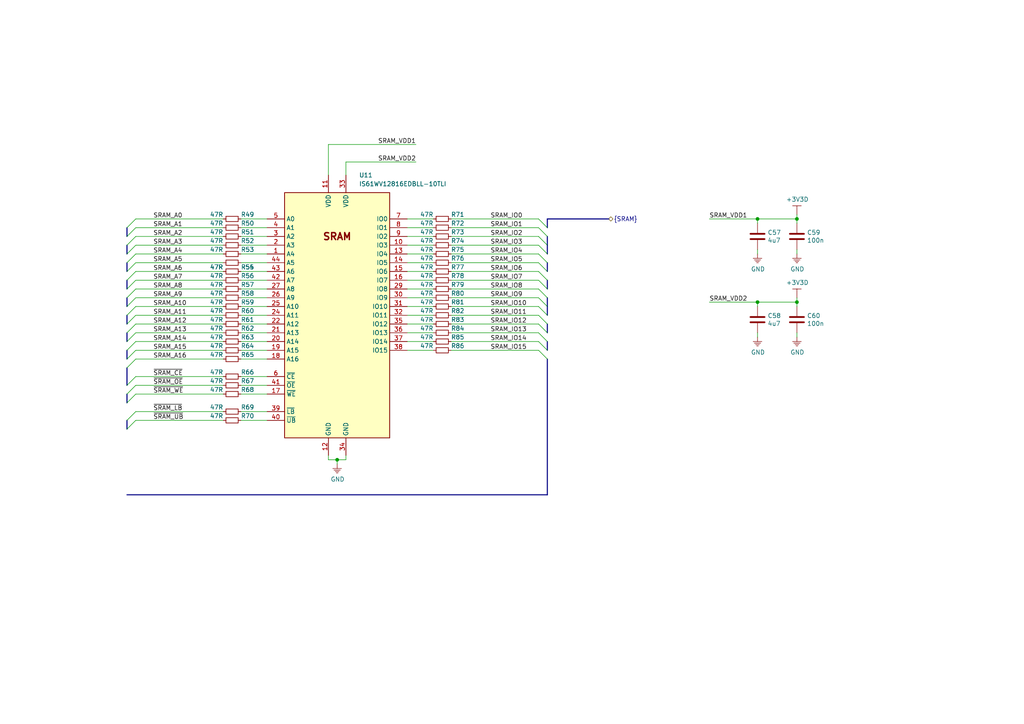
<source format=kicad_sch>
(kicad_sch (version 20200512) (host eeschema "5.99.0-unknown-4efed4b~101~ubuntu18.04.1")
  (page 6 8)
  (paper "A4")
  (title_block (title "Digitizer 10b 105 MSPS with FPGA") (date "2020-03-09") (rev "1.0") (company "Jan Vykydal") (comment 1 "memory: 128 K x 16 b (2 Mib)") (comment 2 "access time: 10 ns"))
  (lib_symbols
    (symbol "Device:C" (pin_numbers hide) (pin_names (offset 0.254))
      (property "Reference" "C" (at 0.635 2.54 0))
      (property "Value" "C" (at 0.635 -2.54 0))
      (symbol "C_0_1"
        (polyline (pts (xy -2.032 -0.762) (xy 2.032 -0.762)) (stroke (width 0.508)))
        (polyline (pts (xy -2.032 0.762) (xy 2.032 0.762)) (stroke (width 0.508)))
      )
      (symbol "C_1_1"
        (pin passive line (at 0 3.81 270) (length 2.794) (name "~") (number "1"))
        (pin passive line (at 0 -3.81 90) (length 2.794) (name "~") (number "2"))
      )
    )
    (symbol "Device:R_Small" (pin_numbers hide) (pin_names (offset 0.254) hide)
      (property "Reference" "R" (at 0.762 0.508 0))
      (property "Value" "R_Small" (at 0.762 -1.016 0))
      (symbol "R_Small_0_1"
        (rectangle (start -0.762 1.778) (end 0.762 -1.778) (stroke (width 0.2032)))
      )
      (symbol "R_Small_1_1"
        (pin passive line (at 0 2.54 270) (length 0.762) (name "~") (number "1"))
        (pin passive line (at 0 -2.54 90) (length 0.762) (name "~") (number "2"))
      )
    )
    (symbol "KLIB_Memory_RAM:IS61WV12816EDBLL-10TLI" (pin_names (offset 0.508))
      (property "Reference" "U" (at 17.78 40.64 0))
      (property "Value" "IS61WV12816EDBLL-10TLI" (at 17.78 38.1 0))
      (symbol "IS61WV12816EDBLL-10TLI_0_0"
        (text "SRAM" (at 0 22.86 0) (effects (font (size 2.032 2.032) bold)))
      )
      (symbol "IS61WV12816EDBLL-10TLI_0_1"
        (rectangle (start -15.24 35.56) (end 15.24 -35.56) (stroke (width 0.254)) (fill (type background)))
      )
      (symbol "IS61WV12816EDBLL-10TLI_1_1"
        (pin input line (at -20.32 17.78 0) (length 5.08) (name "A4") (number "1"))
        (pin bidirectional line (at 20.32 20.32 180) (length 5.08) (name "IO3") (number "10"))
        (pin power_in line (at -2.54 40.64 270) (length 5.08) (name "VDD") (number "11"))
        (pin power_in line (at -2.54 -40.64 90) (length 5.08) (name "GND") (number "12"))
        (pin bidirectional line (at 20.32 17.78 180) (length 5.08) (name "IO4") (number "13"))
        (pin bidirectional line (at 20.32 15.24 180) (length 5.08) (name "IO5") (number "14"))
        (pin bidirectional line (at 20.32 12.7 180) (length 5.08) (name "IO6") (number "15"))
        (pin bidirectional line (at 20.32 10.16 180) (length 5.08) (name "IO7") (number "16"))
        (pin input line (at -20.32 -22.86 0) (length 5.08) (name "~WE") (number "17"))
        (pin input line (at -20.32 -12.7 0) (length 5.08) (name "A16") (number "18"))
        (pin input line (at -20.32 -10.16 0) (length 5.08) (name "A15") (number "19"))
        (pin input line (at -20.32 20.32 0) (length 5.08) (name "A3") (number "2"))
        (pin input line (at -20.32 -7.62 0) (length 5.08) (name "A14") (number "20"))
        (pin input line (at -20.32 -5.08 0) (length 5.08) (name "A13") (number "21"))
        (pin input line (at -20.32 -2.54 0) (length 5.08) (name "A12") (number "22"))
        (pin unconnected line (at -5.08 -2.54 90) (length 5.08) (name "NC") (number "23") hide)
        (pin input line (at -20.32 0 0) (length 5.08) (name "A11") (number "24"))
        (pin input line (at -20.32 2.54 0) (length 5.08) (name "A10") (number "25"))
        (pin input line (at -20.32 5.08 0) (length 5.08) (name "A9") (number "26"))
        (pin input line (at -20.32 7.62 0) (length 5.08) (name "A8") (number "27"))
        (pin unconnected line (at 5.08 -2.54 90) (length 5.08) (name "NC") (number "28") hide)
        (pin bidirectional line (at 20.32 7.62 180) (length 5.08) (name "IO8") (number "29"))
        (pin input line (at -20.32 22.86 0) (length 5.08) (name "A2") (number "3"))
        (pin bidirectional line (at 20.32 5.08 180) (length 5.08) (name "IO9") (number "30"))
        (pin bidirectional line (at 20.32 2.54 180) (length 5.08) (name "IO10") (number "31"))
        (pin bidirectional line (at 20.32 0 180) (length 5.08) (name "IO11") (number "32"))
        (pin power_in line (at 2.54 40.64 270) (length 5.08) (name "VDD") (number "33"))
        (pin power_in line (at 2.54 -40.64 90) (length 5.08) (name "GND") (number "34"))
        (pin bidirectional line (at 20.32 -2.54 180) (length 5.08) (name "IO12") (number "35"))
        (pin bidirectional line (at 20.32 -5.08 180) (length 5.08) (name "IO13") (number "36"))
        (pin bidirectional line (at 20.32 -7.62 180) (length 5.08) (name "IO14") (number "37"))
        (pin bidirectional line (at 20.32 -10.16 180) (length 5.08) (name "IO15") (number "38"))
        (pin input line (at -20.32 -27.94 0) (length 5.08) (name "~LB") (number "39"))
        (pin input line (at -20.32 25.4 0) (length 5.08) (name "A1") (number "4"))
        (pin input line (at -20.32 -30.48 0) (length 5.08) (name "~UB") (number "40"))
        (pin input line (at -20.32 -20.32 0) (length 5.08) (name "~OE") (number "41"))
        (pin input line (at -20.32 10.16 0) (length 5.08) (name "A7") (number "42"))
        (pin input line (at -20.32 12.7 0) (length 5.08) (name "A6") (number "43"))
        (pin input line (at -20.32 15.24 0) (length 5.08) (name "A5") (number "44"))
        (pin input line (at -20.32 27.94 0) (length 5.08) (name "A0") (number "5"))
        (pin input line (at -20.32 -17.78 0) (length 5.08) (name "~CE") (number "6"))
        (pin bidirectional line (at 20.32 27.94 180) (length 5.08) (name "IO0") (number "7"))
        (pin bidirectional line (at 20.32 25.4 180) (length 5.08) (name "IO1") (number "8"))
        (pin bidirectional line (at 20.32 22.86 180) (length 5.08) (name "IO2") (number "9"))
      )
    )
    (symbol "KLIB_Power:+3V3D" (power) (pin_names (offset 0))
      (property "Value" "+3V3D" (at 0 3.81 0))
      (symbol "+3V3D_0_1"
        (polyline (pts (xy -1.27 2.54) (xy 0 2.54)))
        (polyline (pts (xy 0 0) (xy 0 2.54)))
        (polyline (pts (xy 0 2.54) (xy 1.27 2.54)))
      )
      (symbol "+3V3D_1_1"
        (pin power_in line (at 0 0 90) (length 0) (name "+3V3D") (number "1") hide)
      )
    )
    (symbol "KLIB_Power:GND" (power) (pin_names (offset 0))
      (property "Value" "GND" (at 0 -3.556 0))
      (symbol "GND_0_1"
        (polyline (pts (xy -0.9144 -1.7272) (xy 0.9144 -1.7272)))
        (polyline (pts (xy -0.5588 -2.1336) (xy 0.5588 -2.1336)))
        (polyline (pts (xy -0.254 -2.54) (xy 0.254 -2.54)))
        (polyline (pts (xy 0 -1.27) (xy 0 0)))
        (polyline (pts (xy 1.27 -1.27) (xy -1.27 -1.27)))
      )
      (symbol "GND_1_1"
        (pin power_in line (at 0 0 270) (length 0) (name "GND") (number "1") hide)
      )
    )
  )
  (bus_alias "SRAM" (members "SRAM_IO[0..15]" "SRAM_A[0..16]" "~SRAM_CE" "~SRAM_OE" "~SRAM_WE" "~SRAM_LB" "~SRAM_UB"))
  (junction (at 97.79 133.35))
  (junction (at 219.71 63.5))
  (junction (at 219.71 87.63))
  (junction (at 231.14 63.5))
  (junction (at 231.14 87.63))
  (bus_entry (at 36.83 66.04) (size 2.54 -2.54))
  (bus_entry (at 36.83 68.58) (size 2.54 -2.54))
  (bus_entry (at 36.83 71.12) (size 2.54 -2.54))
  (bus_entry (at 36.83 73.66) (size 2.54 -2.54))
  (bus_entry (at 36.83 76.2) (size 2.54 -2.54))
  (bus_entry (at 36.83 78.74) (size 2.54 -2.54))
  (bus_entry (at 36.83 81.28) (size 2.54 -2.54))
  (bus_entry (at 36.83 83.82) (size 2.54 -2.54))
  (bus_entry (at 36.83 86.36) (size 2.54 -2.54))
  (bus_entry (at 36.83 88.9) (size 2.54 -2.54))
  (bus_entry (at 36.83 91.44) (size 2.54 -2.54))
  (bus_entry (at 36.83 93.98) (size 2.54 -2.54))
  (bus_entry (at 36.83 96.52) (size 2.54 -2.54))
  (bus_entry (at 36.83 99.06) (size 2.54 -2.54))
  (bus_entry (at 36.83 101.6) (size 2.54 -2.54))
  (bus_entry (at 36.83 104.14) (size 2.54 -2.54))
  (bus_entry (at 36.83 106.68) (size 2.54 -2.54))
  (bus_entry (at 36.83 111.76) (size 2.54 -2.54))
  (bus_entry (at 36.83 114.3) (size 2.54 -2.54))
  (bus_entry (at 36.83 116.84) (size 2.54 -2.54))
  (bus_entry (at 36.83 121.92) (size 2.54 -2.54))
  (bus_entry (at 36.83 124.46) (size 2.54 -2.54))
  (bus_entry (at 158.75 66.04) (size -2.54 -2.54))
  (bus_entry (at 158.75 68.58) (size -2.54 -2.54))
  (bus_entry (at 158.75 71.12) (size -2.54 -2.54))
  (bus_entry (at 158.75 73.66) (size -2.54 -2.54))
  (bus_entry (at 158.75 76.2) (size -2.54 -2.54))
  (bus_entry (at 158.75 78.74) (size -2.54 -2.54))
  (bus_entry (at 158.75 81.28) (size -2.54 -2.54))
  (bus_entry (at 158.75 83.82) (size -2.54 -2.54))
  (bus_entry (at 158.75 86.36) (size -2.54 -2.54))
  (bus_entry (at 158.75 88.9) (size -2.54 -2.54))
  (bus_entry (at 158.75 91.44) (size -2.54 -2.54))
  (bus_entry (at 158.75 93.98) (size -2.54 -2.54))
  (bus_entry (at 158.75 96.52) (size -2.54 -2.54))
  (bus_entry (at 158.75 99.06) (size -2.54 -2.54))
  (bus_entry (at 158.75 101.6) (size -2.54 -2.54))
  (bus_entry (at 158.75 104.14) (size -2.54 -2.54))
  (wire (pts (xy 39.37 63.5) (xy 64.77 63.5)))
  (wire (pts (xy 39.37 66.04) (xy 64.77 66.04)))
  (wire (pts (xy 39.37 68.58) (xy 64.77 68.58)))
  (wire (pts (xy 39.37 71.12) (xy 64.77 71.12)))
  (wire (pts (xy 39.37 73.66) (xy 64.77 73.66)))
  (wire (pts (xy 39.37 76.2) (xy 64.77 76.2)))
  (wire (pts (xy 39.37 78.74) (xy 64.77 78.74)))
  (wire (pts (xy 39.37 81.28) (xy 64.77 81.28)))
  (wire (pts (xy 39.37 83.82) (xy 64.77 83.82)))
  (wire (pts (xy 39.37 86.36) (xy 64.77 86.36)))
  (wire (pts (xy 39.37 88.9) (xy 64.77 88.9)))
  (wire (pts (xy 39.37 91.44) (xy 64.77 91.44)))
  (wire (pts (xy 39.37 93.98) (xy 64.77 93.98)))
  (wire (pts (xy 39.37 96.52) (xy 64.77 96.52)))
  (wire (pts (xy 39.37 99.06) (xy 64.77 99.06)))
  (wire (pts (xy 39.37 101.6) (xy 64.77 101.6)))
  (wire (pts (xy 39.37 104.14) (xy 64.77 104.14)))
  (wire (pts (xy 39.37 109.22) (xy 64.77 109.22)))
  (wire (pts (xy 39.37 111.76) (xy 64.77 111.76)))
  (wire (pts (xy 39.37 114.3) (xy 64.77 114.3)))
  (wire (pts (xy 39.37 119.38) (xy 64.77 119.38)))
  (wire (pts (xy 39.37 121.92) (xy 64.77 121.92)))
  (wire (pts (xy 69.85 63.5) (xy 77.47 63.5)))
  (wire (pts (xy 69.85 66.04) (xy 77.47 66.04)))
  (wire (pts (xy 69.85 68.58) (xy 77.47 68.58)))
  (wire (pts (xy 69.85 71.12) (xy 77.47 71.12)))
  (wire (pts (xy 69.85 73.66) (xy 77.47 73.66)))
  (wire (pts (xy 69.85 76.2) (xy 77.47 76.2)))
  (wire (pts (xy 69.85 78.74) (xy 77.47 78.74)))
  (wire (pts (xy 69.85 81.28) (xy 77.47 81.28)))
  (wire (pts (xy 69.85 83.82) (xy 77.47 83.82)))
  (wire (pts (xy 69.85 86.36) (xy 77.47 86.36)))
  (wire (pts (xy 69.85 88.9) (xy 77.47 88.9)))
  (wire (pts (xy 69.85 91.44) (xy 77.47 91.44)))
  (wire (pts (xy 69.85 93.98) (xy 77.47 93.98)))
  (wire (pts (xy 69.85 96.52) (xy 77.47 96.52)))
  (wire (pts (xy 69.85 99.06) (xy 77.47 99.06)))
  (wire (pts (xy 69.85 101.6) (xy 77.47 101.6)))
  (wire (pts (xy 69.85 104.14) (xy 77.47 104.14)))
  (wire (pts (xy 69.85 109.22) (xy 77.47 109.22)))
  (wire (pts (xy 69.85 111.76) (xy 77.47 111.76)))
  (wire (pts (xy 69.85 114.3) (xy 77.47 114.3)))
  (wire (pts (xy 69.85 119.38) (xy 77.47 119.38)))
  (wire (pts (xy 69.85 121.92) (xy 77.47 121.92)))
  (wire (pts (xy 95.25 41.91) (xy 120.65 41.91)))
  (wire (pts (xy 95.25 50.8) (xy 95.25 41.91)))
  (wire (pts (xy 95.25 132.08) (xy 95.25 133.35)))
  (wire (pts (xy 95.25 133.35) (xy 97.79 133.35)))
  (wire (pts (xy 97.79 133.35) (xy 100.33 133.35)))
  (wire (pts (xy 97.79 134.62) (xy 97.79 133.35)))
  (wire (pts (xy 100.33 46.99) (xy 120.65 46.99)))
  (wire (pts (xy 100.33 50.8) (xy 100.33 46.99)))
  (wire (pts (xy 100.33 133.35) (xy 100.33 132.08)))
  (wire (pts (xy 118.11 63.5) (xy 125.73 63.5)))
  (wire (pts (xy 118.11 66.04) (xy 125.73 66.04)))
  (wire (pts (xy 118.11 68.58) (xy 125.73 68.58)))
  (wire (pts (xy 118.11 71.12) (xy 125.73 71.12)))
  (wire (pts (xy 118.11 73.66) (xy 125.73 73.66)))
  (wire (pts (xy 118.11 76.2) (xy 125.73 76.2)))
  (wire (pts (xy 118.11 78.74) (xy 125.73 78.74)))
  (wire (pts (xy 118.11 81.28) (xy 125.73 81.28)))
  (wire (pts (xy 118.11 83.82) (xy 125.73 83.82)))
  (wire (pts (xy 118.11 86.36) (xy 125.73 86.36)))
  (wire (pts (xy 118.11 88.9) (xy 125.73 88.9)))
  (wire (pts (xy 118.11 91.44) (xy 125.73 91.44)))
  (wire (pts (xy 118.11 93.98) (xy 125.73 93.98)))
  (wire (pts (xy 118.11 96.52) (xy 125.73 96.52)))
  (wire (pts (xy 118.11 99.06) (xy 125.73 99.06)))
  (wire (pts (xy 118.11 101.6) (xy 125.73 101.6)))
  (wire (pts (xy 130.81 63.5) (xy 156.21 63.5)))
  (wire (pts (xy 130.81 66.04) (xy 156.21 66.04)))
  (wire (pts (xy 130.81 68.58) (xy 156.21 68.58)))
  (wire (pts (xy 130.81 71.12) (xy 156.21 71.12)))
  (wire (pts (xy 130.81 73.66) (xy 156.21 73.66)))
  (wire (pts (xy 130.81 76.2) (xy 156.21 76.2)))
  (wire (pts (xy 130.81 78.74) (xy 156.21 78.74)))
  (wire (pts (xy 130.81 81.28) (xy 156.21 81.28)))
  (wire (pts (xy 130.81 83.82) (xy 156.21 83.82)))
  (wire (pts (xy 130.81 86.36) (xy 156.21 86.36)))
  (wire (pts (xy 130.81 88.9) (xy 156.21 88.9)))
  (wire (pts (xy 130.81 91.44) (xy 156.21 91.44)))
  (wire (pts (xy 130.81 93.98) (xy 156.21 93.98)))
  (wire (pts (xy 130.81 96.52) (xy 156.21 96.52)))
  (wire (pts (xy 130.81 99.06) (xy 156.21 99.06)))
  (wire (pts (xy 130.81 101.6) (xy 156.21 101.6)))
  (wire (pts (xy 205.74 63.5) (xy 219.71 63.5)))
  (wire (pts (xy 205.74 87.63) (xy 219.71 87.63)))
  (wire (pts (xy 219.71 63.5) (xy 219.71 64.77)))
  (wire (pts (xy 219.71 63.5) (xy 231.14 63.5)))
  (wire (pts (xy 219.71 72.39) (xy 219.71 73.66)))
  (wire (pts (xy 219.71 87.63) (xy 219.71 88.9)))
  (wire (pts (xy 219.71 87.63) (xy 231.14 87.63)))
  (wire (pts (xy 219.71 96.52) (xy 219.71 97.79)))
  (wire (pts (xy 231.14 62.23) (xy 231.14 63.5)))
  (wire (pts (xy 231.14 63.5) (xy 231.14 64.77)))
  (wire (pts (xy 231.14 72.39) (xy 231.14 73.66)))
  (wire (pts (xy 231.14 86.36) (xy 231.14 87.63)))
  (wire (pts (xy 231.14 87.63) (xy 231.14 88.9)))
  (wire (pts (xy 231.14 96.52) (xy 231.14 97.79)))
  (bus (pts (xy 36.83 66.04) (xy 36.83 71.12)))
  (bus (pts (xy 36.83 71.12) (xy 36.83 76.2)))
  (bus (pts (xy 36.83 76.2) (xy 36.83 81.28)))
  (bus (pts (xy 36.83 81.28) (xy 36.83 86.36)))
  (bus (pts (xy 36.83 86.36) (xy 36.83 91.44)))
  (bus (pts (xy 36.83 91.44) (xy 36.83 96.52)))
  (bus (pts (xy 36.83 96.52) (xy 36.83 101.6)))
  (bus (pts (xy 36.83 101.6) (xy 36.83 106.68)))
  (bus (pts (xy 36.83 106.68) (xy 36.83 114.3)))
  (bus (pts (xy 36.83 114.3) (xy 36.83 121.92)))
  (bus (pts (xy 36.83 121.92) (xy 36.83 143.51)))
  (bus (pts (xy 36.83 143.51) (xy 158.75 143.51)))
  (bus (pts (xy 158.75 63.5) (xy 158.75 68.58)))
  (bus (pts (xy 158.75 63.5) (xy 176.53 63.5)))
  (bus (pts (xy 158.75 68.58) (xy 158.75 71.12)))
  (bus (pts (xy 158.75 71.12) (xy 158.75 76.2)))
  (bus (pts (xy 158.75 76.2) (xy 158.75 81.28)))
  (bus (pts (xy 158.75 81.28) (xy 158.75 86.36)))
  (bus (pts (xy 158.75 86.36) (xy 158.75 88.9)))
  (bus (pts (xy 158.75 88.9) (xy 158.75 93.98)))
  (bus (pts (xy 158.75 93.98) (xy 158.75 99.06)))
  (bus (pts (xy 158.75 99.06) (xy 158.75 104.14)))
  (bus (pts (xy 158.75 104.14) (xy 158.75 143.51)))
  (label "SRAM_A0" (at 44.45 63.5 0))
  (label "SRAM_A1" (at 44.45 66.04 0))
  (label "SRAM_A2" (at 44.45 68.58 0))
  (label "SRAM_A3" (at 44.45 71.12 0))
  (label "SRAM_A4" (at 44.45 73.66 0))
  (label "SRAM_A5" (at 44.45 76.2 0))
  (label "SRAM_A6" (at 44.45 78.74 0))
  (label "SRAM_A7" (at 44.45 81.28 0))
  (label "SRAM_A8" (at 44.45 83.82 0))
  (label "SRAM_A9" (at 44.45 86.36 0))
  (label "SRAM_A10" (at 44.45 88.9 0))
  (label "SRAM_A11" (at 44.45 91.44 0))
  (label "SRAM_A12" (at 44.45 93.98 0))
  (label "SRAM_A13" (at 44.45 96.52 0))
  (label "SRAM_A14" (at 44.45 99.06 0))
  (label "SRAM_A15" (at 44.45 101.6 0))
  (label "SRAM_A16" (at 44.45 104.14 0))
  (label "~SRAM_CE" (at 44.45 109.22 0))
  (label "~SRAM_OE" (at 44.45 111.76 0))
  (label "~SRAM_WE" (at 44.45 114.3 0))
  (label "~SRAM_LB" (at 44.45 119.38 0))
  (label "~SRAM_UB" (at 44.45 121.92 0))
  (label "SRAM_VDD1" (at 120.65 41.91 180))
  (label "SRAM_VDD2" (at 120.65 46.99 180))
  (label "SRAM_IO0" (at 142.24 63.5 0))
  (label "SRAM_IO1" (at 142.24 66.04 0))
  (label "SRAM_IO2" (at 142.24 68.58 0))
  (label "SRAM_IO3" (at 142.24 71.12 0))
  (label "SRAM_IO4" (at 142.24 73.66 0))
  (label "SRAM_IO5" (at 142.24 76.2 0))
  (label "SRAM_IO6" (at 142.24 78.74 0))
  (label "SRAM_IO7" (at 142.24 81.28 0))
  (label "SRAM_IO8" (at 142.24 83.82 0))
  (label "SRAM_IO9" (at 142.24 86.36 0))
  (label "SRAM_IO10" (at 142.24 88.9 0))
  (label "SRAM_IO11" (at 142.24 91.44 0))
  (label "SRAM_IO12" (at 142.24 93.98 0))
  (label "SRAM_IO13" (at 142.24 96.52 0))
  (label "SRAM_IO14" (at 142.24 99.06 0))
  (label "SRAM_IO15" (at 142.24 101.6 0))
  (label "SRAM_VDD1" (at 205.74 63.5 0))
  (label "SRAM_VDD2" (at 205.74 87.63 0))
  (hierarchical_label "{SRAM}" (shape bidirectional) (at 176.53 63.5 0))
  (symbol (lib_id "KLIB_Power:GND") (at 97.79 134.62 0) (unit 1)
    (property "Reference" "#PWR0123" (effects hide))
    (property "Value" "GND" (at 97.917 139.0142 0))
  )
  (symbol (lib_id "KLIB_Power:GND") (at 219.71 73.66 0) (unit 1)
    (property "Reference" "#PWR0124" (effects hide))
    (property "Value" "GND" (at 219.837 78.0542 0))
  )
  (symbol (lib_id "KLIB_Power:GND") (at 219.71 97.79 0) (unit 1)
    (property "Reference" "#PWR0125" (effects hide))
    (property "Value" "GND" (at 219.837 102.1842 0))
  )
  (symbol (lib_id "KLIB_Power:+3V3D") (at 231.14 62.23 0) (unit 1)
    (property "Reference" "#PWR0126" (effects hide))
    (property "Value" "+3V3D" (at 231.267 57.8358 0))
  )
  (symbol (lib_id "KLIB_Power:GND") (at 231.14 73.66 0) (unit 1)
    (property "Reference" "#PWR0127" (effects hide))
    (property "Value" "GND" (at 231.267 78.0542 0))
  )
  (symbol (lib_id "KLIB_Power:+3V3D") (at 231.14 86.36 0) (unit 1)
    (property "Reference" "#PWR0128" (effects hide))
    (property "Value" "+3V3D" (at 231.267 81.9658 0))
  )
  (symbol (lib_id "KLIB_Power:GND") (at 231.14 97.79 0) (unit 1)
    (property "Reference" "#PWR0129" (effects hide))
    (property "Value" "GND" (at 231.267 102.1842 0))
  )
  (symbol (lib_id "Device:R_Small") (at 67.31 63.5 90) (unit 1)
    (property "Reference" "R49" (at 69.85 62.23 90) (effects (justify right)))
    (property "Value" "47R" (at 64.77 62.23 90) (effects (justify left)))
    (property "Footprint" "Resistor_SMD:R_0402_1005Metric" (effects hide))
  )
  (symbol (lib_id "Device:R_Small") (at 67.31 66.04 90) (unit 1)
    (property "Reference" "R50" (at 69.85 64.77 90) (effects (justify right)))
    (property "Value" "47R" (at 64.77 64.77 90) (effects (justify left)))
    (property "Footprint" "Resistor_SMD:R_0402_1005Metric" (effects hide))
  )
  (symbol (lib_id "Device:R_Small") (at 67.31 68.58 90) (unit 1)
    (property "Reference" "R51" (at 69.85 67.31 90) (effects (justify right)))
    (property "Value" "47R" (at 64.77 67.31 90) (effects (justify left)))
    (property "Footprint" "Resistor_SMD:R_0402_1005Metric" (effects hide))
  )
  (symbol (lib_id "Device:R_Small") (at 67.31 71.12 90) (unit 1)
    (property "Reference" "R52" (at 69.85 69.85 90) (effects (justify right)))
    (property "Value" "47R" (at 64.77 69.85 90) (effects (justify left)))
    (property "Footprint" "Resistor_SMD:R_0402_1005Metric" (effects hide))
  )
  (symbol (lib_id "Device:R_Small") (at 67.31 73.66 90) (unit 1)
    (property "Reference" "R53" (at 69.85 72.39 90) (effects (justify right)))
    (property "Value" "47R" (at 64.77 72.39 90) (effects (justify left)))
    (property "Footprint" "Resistor_SMD:R_0402_1005Metric" (effects hide))
  )
  (symbol (lib_id "Device:R_Small") (at 67.31 76.2 90) (mirror x) (unit 1)
    (property "Reference" "R54" (at 69.85 77.47 90) (effects (justify right)))
    (property "Value" "47R" (at 64.77 77.47 90) (effects (justify left)))
    (property "Footprint" "Resistor_SMD:R_0402_1005Metric" (effects hide))
  )
  (symbol (lib_id "Device:R_Small") (at 67.31 78.74 90) (unit 1)
    (property "Reference" "R55" (at 69.85 77.47 90) (effects (justify right)))
    (property "Value" "47R" (at 64.77 77.47 90) (effects (justify left)))
    (property "Footprint" "Resistor_SMD:R_0402_1005Metric" (effects hide))
  )
  (symbol (lib_id "Device:R_Small") (at 67.31 81.28 90) (unit 1)
    (property "Reference" "R56" (at 69.85 80.01 90) (effects (justify right)))
    (property "Value" "47R" (at 64.77 80.01 90) (effects (justify left)))
    (property "Footprint" "Resistor_SMD:R_0402_1005Metric" (effects hide))
  )
  (symbol (lib_id "Device:R_Small") (at 67.31 83.82 90) (unit 1)
    (property "Reference" "R57" (at 69.85 82.55 90) (effects (justify right)))
    (property "Value" "47R" (at 64.77 82.55 90) (effects (justify left)))
    (property "Footprint" "Resistor_SMD:R_0402_1005Metric" (effects hide))
  )
  (symbol (lib_id "Device:R_Small") (at 67.31 86.36 90) (unit 1)
    (property "Reference" "R58" (at 69.85 85.09 90) (effects (justify right)))
    (property "Value" "47R" (at 64.77 85.09 90) (effects (justify left)))
    (property "Footprint" "Resistor_SMD:R_0402_1005Metric" (effects hide))
  )
  (symbol (lib_id "Device:R_Small") (at 67.31 88.9 90) (unit 1)
    (property "Reference" "R59" (at 69.85 87.63 90) (effects (justify right)))
    (property "Value" "47R" (at 64.77 87.63 90) (effects (justify left)))
    (property "Footprint" "Resistor_SMD:R_0402_1005Metric" (effects hide))
  )
  (symbol (lib_id "Device:R_Small") (at 67.31 91.44 90) (unit 1)
    (property "Reference" "R60" (at 69.85 90.17 90) (effects (justify right)))
    (property "Value" "47R" (at 64.77 90.17 90) (effects (justify left)))
    (property "Footprint" "Resistor_SMD:R_0402_1005Metric" (effects hide))
  )
  (symbol (lib_id "Device:R_Small") (at 67.31 93.98 90) (unit 1)
    (property "Reference" "R61" (at 69.85 92.71 90) (effects (justify right)))
    (property "Value" "47R" (at 64.77 92.71 90) (effects (justify left)))
    (property "Footprint" "Resistor_SMD:R_0402_1005Metric" (effects hide))
  )
  (symbol (lib_id "Device:R_Small") (at 67.31 96.52 90) (unit 1)
    (property "Reference" "R62" (at 69.85 95.25 90) (effects (justify right)))
    (property "Value" "47R" (at 64.77 95.25 90) (effects (justify left)))
    (property "Footprint" "Resistor_SMD:R_0402_1005Metric" (effects hide))
  )
  (symbol (lib_id "Device:R_Small") (at 67.31 99.06 90) (unit 1)
    (property "Reference" "R63" (at 69.85 97.79 90) (effects (justify right)))
    (property "Value" "47R" (at 64.77 97.79 90) (effects (justify left)))
    (property "Footprint" "Resistor_SMD:R_0402_1005Metric" (effects hide))
  )
  (symbol (lib_id "Device:R_Small") (at 67.31 101.6 90) (unit 1)
    (property "Reference" "R64" (at 69.85 100.33 90) (effects (justify right)))
    (property "Value" "47R" (at 64.77 100.33 90) (effects (justify left)))
    (property "Footprint" "Resistor_SMD:R_0402_1005Metric" (effects hide))
  )
  (symbol (lib_id "Device:R_Small") (at 67.31 104.14 90) (unit 1)
    (property "Reference" "R65" (at 69.85 102.87 90) (effects (justify right)))
    (property "Value" "47R" (at 64.77 102.87 90) (effects (justify left)))
    (property "Footprint" "Resistor_SMD:R_0402_1005Metric" (effects hide))
  )
  (symbol (lib_id "Device:R_Small") (at 67.31 109.22 90) (unit 1)
    (property "Reference" "R66" (at 69.85 107.95 90) (effects (justify right)))
    (property "Value" "47R" (at 64.77 107.95 90) (effects (justify left)))
    (property "Footprint" "Resistor_SMD:R_0402_1005Metric" (effects hide))
  )
  (symbol (lib_id "Device:R_Small") (at 67.31 111.76 90) (unit 1)
    (property "Reference" "R67" (at 69.85 110.49 90) (effects (justify right)))
    (property "Value" "47R" (at 64.77 110.49 90) (effects (justify left)))
    (property "Footprint" "Resistor_SMD:R_0402_1005Metric" (effects hide))
  )
  (symbol (lib_id "Device:R_Small") (at 67.31 114.3 90) (unit 1)
    (property "Reference" "R68" (at 69.85 113.03 90) (effects (justify right)))
    (property "Value" "47R" (at 64.77 113.03 90) (effects (justify left)))
    (property "Footprint" "Resistor_SMD:R_0402_1005Metric" (effects hide))
  )
  (symbol (lib_id "Device:R_Small") (at 67.31 119.38 90) (unit 1)
    (property "Reference" "R69" (at 69.85 118.11 90) (effects (justify right)))
    (property "Value" "47R" (at 64.77 118.11 90) (effects (justify left)))
    (property "Footprint" "Resistor_SMD:R_0402_1005Metric" (effects hide))
  )
  (symbol (lib_id "Device:R_Small") (at 67.31 121.92 90) (unit 1)
    (property "Reference" "R70" (at 69.85 120.65 90) (effects (justify right)))
    (property "Value" "47R" (at 64.77 120.65 90) (effects (justify left)))
    (property "Footprint" "Resistor_SMD:R_0402_1005Metric" (effects hide))
  )
  (symbol (lib_id "Device:R_Small") (at 128.27 63.5 90) (unit 1)
    (property "Reference" "R71" (at 130.81 62.23 90) (effects (justify right)))
    (property "Value" "47R" (at 125.73 62.23 90) (effects (justify left)))
    (property "Footprint" "Resistor_SMD:R_0402_1005Metric" (effects hide))
  )
  (symbol (lib_id "Device:R_Small") (at 128.27 66.04 90) (unit 1)
    (property "Reference" "R72" (at 130.81 64.77 90) (effects (justify right)))
    (property "Value" "47R" (at 125.73 64.77 90) (effects (justify left)))
    (property "Footprint" "Resistor_SMD:R_0402_1005Metric" (effects hide))
  )
  (symbol (lib_id "Device:R_Small") (at 128.27 68.58 90) (unit 1)
    (property "Reference" "R73" (at 130.81 67.31 90) (effects (justify right)))
    (property "Value" "47R" (at 125.73 67.31 90) (effects (justify left)))
    (property "Footprint" "Resistor_SMD:R_0402_1005Metric" (effects hide))
  )
  (symbol (lib_id "Device:R_Small") (at 128.27 71.12 90) (unit 1)
    (property "Reference" "R74" (at 130.81 69.85 90) (effects (justify right)))
    (property "Value" "47R" (at 125.73 69.85 90) (effects (justify left)))
    (property "Footprint" "Resistor_SMD:R_0402_1005Metric" (effects hide))
  )
  (symbol (lib_id "Device:R_Small") (at 128.27 73.66 90) (unit 1)
    (property "Reference" "R75" (at 130.81 72.39 90) (effects (justify right)))
    (property "Value" "47R" (at 125.73 72.39 90) (effects (justify left)))
    (property "Footprint" "Resistor_SMD:R_0402_1005Metric" (effects hide))
  )
  (symbol (lib_id "Device:R_Small") (at 128.27 76.2 90) (unit 1)
    (property "Reference" "R76" (at 130.81 74.93 90) (effects (justify right)))
    (property "Value" "47R" (at 125.73 74.93 90) (effects (justify left)))
    (property "Footprint" "Resistor_SMD:R_0402_1005Metric" (effects hide))
  )
  (symbol (lib_id "Device:R_Small") (at 128.27 78.74 90) (unit 1)
    (property "Reference" "R77" (at 130.81 77.47 90) (effects (justify right)))
    (property "Value" "47R" (at 125.73 77.47 90) (effects (justify left)))
    (property "Footprint" "Resistor_SMD:R_0402_1005Metric" (effects hide))
  )
  (symbol (lib_id "Device:R_Small") (at 128.27 81.28 90) (unit 1)
    (property "Reference" "R78" (at 130.81 80.01 90) (effects (justify right)))
    (property "Value" "47R" (at 125.73 80.01 90) (effects (justify left)))
    (property "Footprint" "Resistor_SMD:R_0402_1005Metric" (effects hide))
  )
  (symbol (lib_id "Device:R_Small") (at 128.27 83.82 90) (unit 1)
    (property "Reference" "R79" (at 130.81 82.55 90) (effects (justify right)))
    (property "Value" "47R" (at 125.73 82.55 90) (effects (justify left)))
    (property "Footprint" "Resistor_SMD:R_0402_1005Metric" (effects hide))
  )
  (symbol (lib_id "Device:R_Small") (at 128.27 86.36 90) (unit 1)
    (property "Reference" "R80" (at 130.81 85.09 90) (effects (justify right)))
    (property "Value" "47R" (at 125.73 85.09 90) (effects (justify left)))
    (property "Footprint" "Resistor_SMD:R_0402_1005Metric" (effects hide))
  )
  (symbol (lib_id "Device:R_Small") (at 128.27 88.9 90) (unit 1)
    (property "Reference" "R81" (at 130.81 87.63 90) (effects (justify right)))
    (property "Value" "47R" (at 125.73 87.63 90) (effects (justify left)))
    (property "Footprint" "Resistor_SMD:R_0402_1005Metric" (effects hide))
  )
  (symbol (lib_id "Device:R_Small") (at 128.27 91.44 90) (unit 1)
    (property "Reference" "R82" (at 130.81 90.17 90) (effects (justify right)))
    (property "Value" "47R" (at 125.73 90.17 90) (effects (justify left)))
    (property "Footprint" "Resistor_SMD:R_0402_1005Metric" (effects hide))
  )
  (symbol (lib_id "Device:R_Small") (at 128.27 93.98 90) (unit 1)
    (property "Reference" "R83" (at 130.81 92.71 90) (effects (justify right)))
    (property "Value" "47R" (at 125.73 92.71 90) (effects (justify left)))
    (property "Footprint" "Resistor_SMD:R_0402_1005Metric" (effects hide))
  )
  (symbol (lib_id "Device:R_Small") (at 128.27 96.52 90) (unit 1)
    (property "Reference" "R84" (at 130.81 95.25 90) (effects (justify right)))
    (property "Value" "47R" (at 125.73 95.25 90) (effects (justify left)))
    (property "Footprint" "Resistor_SMD:R_0402_1005Metric" (effects hide))
  )
  (symbol (lib_id "Device:R_Small") (at 128.27 99.06 90) (unit 1)
    (property "Reference" "R85" (at 130.81 97.79 90) (effects (justify right)))
    (property "Value" "47R" (at 125.73 97.79 90) (effects (justify left)))
    (property "Footprint" "Resistor_SMD:R_0402_1005Metric" (effects hide))
  )
  (symbol (lib_id "Device:R_Small") (at 128.27 101.6 90) (unit 1)
    (property "Reference" "R86" (at 130.81 100.33 90) (effects (justify right)))
    (property "Value" "47R" (at 125.73 100.33 90) (effects (justify left)))
    (property "Footprint" "Resistor_SMD:R_0402_1005Metric" (effects hide))
  )
  (symbol (lib_id "Device:C") (at 219.71 68.58 0) (unit 1)
    (property "Reference" "C57" (at 222.631 67.437 0) (effects (justify left)))
    (property "Value" "4u7" (at 222.631 69.723 0) (effects (justify left)))
    (property "Footprint" "Capacitor_SMD:C_0402_1005Metric" (effects hide))
  )
  (symbol (lib_id "Device:C") (at 219.71 92.71 0) (unit 1)
    (property "Reference" "C58" (at 222.631 91.567 0) (effects (justify left)))
    (property "Value" "4u7" (at 222.631 93.853 0) (effects (justify left)))
    (property "Footprint" "Capacitor_SMD:C_0402_1005Metric" (effects hide))
  )
  (symbol (lib_id "Device:C") (at 231.14 68.58 0) (unit 1)
    (property "Reference" "C59" (at 234.061 67.437 0) (effects (justify left)))
    (property "Value" "100n" (at 234.061 69.723 0) (effects (justify left)))
    (property "Footprint" "Capacitor_SMD:C_0402_1005Metric" (effects hide))
  )
  (symbol (lib_id "Device:C") (at 231.14 92.71 0) (unit 1)
    (property "Reference" "C60" (at 234.061 91.567 0) (effects (justify left)))
    (property "Value" "100n" (at 234.061 93.853 0) (effects (justify left)))
    (property "Footprint" "Capacitor_SMD:C_0402_1005Metric" (effects hide))
  )
  (symbol (lib_id "KLIB_Memory_RAM:IS61WV12816EDBLL-10TLI") (at 97.79 91.44 0) (unit 1)
    (property "Reference" "U11" (at 104.14 50.8 0) (effects (justify left)))
    (property "Value" "IS61WV12816EDBLL-10TLI" (at 104.14 53.34 0) (effects (justify left)))
    (property "Footprint" "Package_SO:TSOP-II-44_10.16x18.41mm_P0.8mm" (effects hide))
    (property "Datasheet" "http://www.issi.com/WW/pdf/61-64WV12816EDBLL.pdf" (effects hide))
  )
)
</source>
